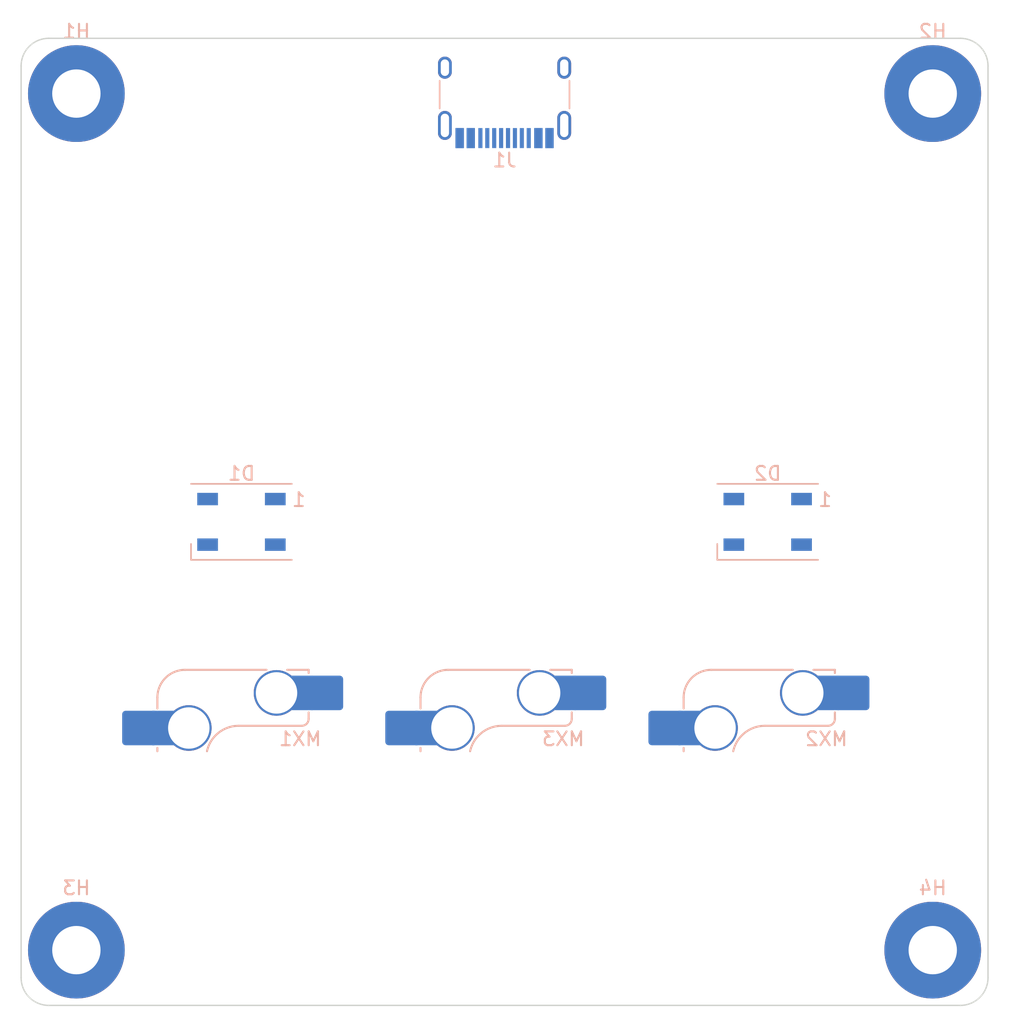
<source format=kicad_pcb>
(kicad_pcb (version 20221018) (generator pcbnew)
  (title_block (title "Minimal PCB") (date "2023-11-11") (rev "1") (comment 1 "70x70mm PCB for case design"))
  (layers (0 "F.Cu" signal) (31 "B.Cu" signal) (34 "B.Paste" user) (35 "F.Paste" user) (36 "B.SilkS" user "B.Silkscreen") (37 "F.SilkS" user "F.Silkscreen") (38 "B.Mask" user) (39 "F.Mask" user) (44 "Edge.Cuts" user))
  (net 0 "")
  (net 7 "Net-(J1-GND-PadA1)")
  (net 8 "Net-(J1-VBUS-PadA4)")
  (footprint "PCM_marbastlib-mx:SW_MX_HS_1u" (layer "B.Cu") (at 57.15 74.224147 180)
    (fp_text reference "MX3" (at -4.25 1.75) (layer "B.SilkS") (effects (justify mirror)))
    (fp_text value "MX_SW_HS")
    (fp_line (start -4.864824 3.67022) (end -4.864824 3.20022) (stroke (width 0.15)) (layer "B.SilkS"))
    (fp_line (start -4.864824 6.75022) (end -4.864824 6.52022) (stroke (width 0.15)) (layer "B.SilkS"))
    (fp_line (start -4.364824 2.70022) (end 0.2 2.70022) (stroke (width 0.15)) (layer "B.SilkS"))
    (fp_line (start -3.314824 6.75022) (end -4.864824 6.75022) (stroke (width 0.15)) (layer "B.SilkS"))
    (fp_line (start 4.085176 6.75022) (end -1.814824 6.75022) (stroke (width 0.15)) (layer "B.SilkS"))
    (fp_line (start 6.085176 1.10022) (end 6.085176 0.86022) (stroke (width 0.15)) (layer "B.SilkS"))
    (fp_line (start 6.085176 3.95022) (end 6.085176 4.75022) (stroke (width 0.15)) (layer "B.SilkS"))
    (fp_arc (start -4.864824 3.20022) (mid -4.718377 2.846667) (end -4.364824 2.70022) (stroke (width 0.15)) (layer "B.SilkS"))
    (fp_arc (start 2.494322 0.86022) (mid 1.670693 2.183637) (end 0.2 2.70022) (stroke (width 0.15)) (layer "B.SilkS"))
    (fp_arc (start 6.085176 4.75022) (mid 5.499389 6.164432) (end 4.085176 6.75022) (stroke (width 0.15)) (layer "B.SilkS"))
    (pad "" np_thru_hole circle (at -5.08 0 180) (size 1.75 1.75) (drill 1.75) (layers "*.Cu" "*.Mask"))
    (pad "" np_thru_hole circle (at 0 0 180) (size 3.9878 3.9878) (drill 3.9878) (layers "*.Cu" "*.Mask"))
    (pad "" np_thru_hole circle (at 5.08 0 180) (size 1.75 1.75) (drill 1.75) (layers "*.Cu" "*.Mask"))
    (pad "1" thru_hole circle (at 3.81 2.54 180) (size 3.3 3.3) (drill 3) (layers "*.Cu" "*.Mask"))
    (pad "1" smd rect (at 5.635 2.54) (size 1.65 2.5) (layers "B.Cu"))
    (pad "1" smd roundrect (at 7.36 2.54 180) (size 2.55 2.5) (layers "B.Cu" "B.Paste" "B.Mask") (roundrect_rratio 0.1))
    (pad "2" smd roundrect (at -6.09 5.08 180) (size 2.55 2.5) (layers "B.Cu" "B.Paste" "B.Mask") (roundrect_rratio 0.1))
    (pad "2" smd rect (at -4.34 5.08 180) (size 1.65 2.5) (layers "B.Cu"))
    (pad "2" thru_hole circle (at -2.54 5.08 180) (size 3.3 3.3) (drill 3) (layers "*.Cu" "*.Mask"))
  )
  (footprint "PCM_marbastlib-mx:SW_MX_HS_1u" (layer "B.Cu") (at 76.2 74.224147 180)
    (fp_text reference "MX2" (at -4.25 1.75) (layer "B.SilkS") (effects (justify mirror)))
    (fp_text value "MX_SW_HS")
    (fp_line (start -4.864824 3.67022) (end -4.864824 3.20022) (stroke (width 0.15)) (layer "B.SilkS"))
    (fp_line (start -4.864824 6.75022) (end -4.864824 6.52022) (stroke (width 0.15)) (layer "B.SilkS"))
    (fp_line (start -4.364824 2.70022) (end 0.2 2.70022) (stroke (width 0.15)) (layer "B.SilkS"))
    (fp_line (start -3.314824 6.75022) (end -4.864824 6.75022) (stroke (width 0.15)) (layer "B.SilkS"))
    (fp_line (start 4.085176 6.75022) (end -1.814824 6.75022) (stroke (width 0.15)) (layer "B.SilkS"))
    (fp_line (start 6.085176 1.10022) (end 6.085176 0.86022) (stroke (width 0.15)) (layer "B.SilkS"))
    (fp_line (start 6.085176 3.95022) (end 6.085176 4.75022) (stroke (width 0.15)) (layer "B.SilkS"))
    (fp_arc (start -4.864824 3.20022) (mid -4.718377 2.846667) (end -4.364824 2.70022) (stroke (width 0.15)) (layer "B.SilkS"))
    (fp_arc (start 2.494322 0.86022) (mid 1.670693 2.183637) (end 0.2 2.70022) (stroke (width 0.15)) (layer "B.SilkS"))
    (fp_arc (start 6.085176 4.75022) (mid 5.499389 6.164432) (end 4.085176 6.75022) (stroke (width 0.15)) (layer "B.SilkS"))
    (pad "" np_thru_hole circle (at -5.08 0 180) (size 1.75 1.75) (drill 1.75) (layers "*.Cu" "*.Mask"))
    (pad "" np_thru_hole circle (at 0 0 180) (size 3.9878 3.9878) (drill 3.9878) (layers "*.Cu" "*.Mask"))
    (pad "" np_thru_hole circle (at 5.08 0 180) (size 1.75 1.75) (drill 1.75) (layers "*.Cu" "*.Mask"))
    (pad "1" thru_hole circle (at 3.81 2.54 180) (size 3.3 3.3) (drill 3) (layers "*.Cu" "*.Mask"))
    (pad "1" smd rect (at 5.635 2.54) (size 1.65 2.5) (layers "B.Cu"))
    (pad "1" smd roundrect (at 7.36 2.54 180) (size 2.55 2.5) (layers "B.Cu" "B.Paste" "B.Mask") (roundrect_rratio 0.1))
    (pad "2" smd roundrect (at -6.09 5.08 180) (size 2.55 2.5) (layers "B.Cu" "B.Paste" "B.Mask") (roundrect_rratio 0.1))
    (pad "2" smd rect (at -4.34 5.08 180) (size 1.65 2.5) (layers "B.Cu"))
    (pad "2" thru_hole circle (at -2.54 5.08 180) (size 3.3 3.3) (drill 3) (layers "*.Cu" "*.Mask"))
  )
  (footprint "LED_SMD:LED_WS2812B_PLCC4_5.0x5.0mm_P3.2mm" (layer "B.Cu") (at 76.2 56.761647 180)
    (fp_text reference "D2" (at 0 3.5) (layer "B.SilkS") (effects (justify mirror)))
    (fp_text value "WS2812B")
    (fp_text user "1" (at -4.15 1.6) (layer "B.SilkS") (effects (justify mirror)))
    (fp_line (start -3.65 -2.75) (end 3.65 -2.75) (stroke (width 0.12)) (layer "B.SilkS"))
    (fp_line (start -3.65 2.75) (end 3.65 2.75) (stroke (width 0.12)) (layer "B.SilkS"))
    (fp_line (start 3.65 -2.75) (end 3.65 -1.6) (stroke (width 0.12)) (layer "B.SilkS"))
    (pad "1" smd rect (at -2.45 1.65 180) (size 1.5 0.9) (layers "B.Cu" "B.Paste" "B.Mask"))
    (pad "2" smd rect (at -2.45 -1.65 180) (size 1.5 0.9) (layers "B.Cu" "B.Paste" "B.Mask"))
    (pad "3" smd rect (at 2.45 -1.65 180) (size 1.5 0.9) (layers "B.Cu" "B.Paste" "B.Mask"))
    (pad "4" smd rect (at 2.45 1.65 180) (size 1.5 0.9) (layers "B.Cu" "B.Paste" "B.Mask"))
  )
  (footprint "PCM_marbastlib-mx:SW_MX_HS_1u" (layer "B.Cu") (at 38.1 74.224147 180)
    (fp_text reference "MX1" (at -4.25 1.75) (layer "B.SilkS") (effects (justify mirror)))
    (fp_text value "MX_SW_HS")
    (fp_line (start -4.864824 3.67022) (end -4.864824 3.20022) (stroke (width 0.15)) (layer "B.SilkS"))
    (fp_line (start -4.864824 6.75022) (end -4.864824 6.52022) (stroke (width 0.15)) (layer "B.SilkS"))
    (fp_line (start -4.364824 2.70022) (end 0.2 2.70022) (stroke (width 0.15)) (layer "B.SilkS"))
    (fp_line (start -3.314824 6.75022) (end -4.864824 6.75022) (stroke (width 0.15)) (layer "B.SilkS"))
    (fp_line (start 4.085176 6.75022) (end -1.814824 6.75022) (stroke (width 0.15)) (layer "B.SilkS"))
    (fp_line (start 6.085176 1.10022) (end 6.085176 0.86022) (stroke (width 0.15)) (layer "B.SilkS"))
    (fp_line (start 6.085176 3.95022) (end 6.085176 4.75022) (stroke (width 0.15)) (layer "B.SilkS"))
    (fp_arc (start -4.864824 3.20022) (mid -4.718377 2.846667) (end -4.364824 2.70022) (stroke (width 0.15)) (layer "B.SilkS"))
    (fp_arc (start 2.494322 0.86022) (mid 1.670693 2.183637) (end 0.2 2.70022) (stroke (width 0.15)) (layer "B.SilkS"))
    (fp_arc (start 6.085176 4.75022) (mid 5.499389 6.164432) (end 4.085176 6.75022) (stroke (width 0.15)) (layer "B.SilkS"))
    (pad "" np_thru_hole circle (at -5.08 0 180) (size 1.75 1.75) (drill 1.75) (layers "*.Cu" "*.Mask"))
    (pad "" np_thru_hole circle (at 0 0 180) (size 3.9878 3.9878) (drill 3.9878) (layers "*.Cu" "*.Mask"))
    (pad "" np_thru_hole circle (at 5.08 0 180) (size 1.75 1.75) (drill 1.75) (layers "*.Cu" "*.Mask"))
    (pad "1" thru_hole circle (at 3.81 2.54 180) (size 3.3 3.3) (drill 3) (layers "*.Cu" "*.Mask"))
    (pad "1" smd rect (at 5.635 2.54) (size 1.65 2.5) (layers "B.Cu"))
    (pad "1" smd roundrect (at 7.36 2.54 180) (size 2.55 2.5) (layers "B.Cu" "B.Paste" "B.Mask") (roundrect_rratio 0.1))
    (pad "2" smd roundrect (at -6.09 5.08 180) (size 2.55 2.5) (layers "B.Cu" "B.Paste" "B.Mask") (roundrect_rratio 0.1))
    (pad "2" smd rect (at -4.34 5.08 180) (size 1.65 2.5) (layers "B.Cu"))
    (pad "2" thru_hole circle (at -2.54 5.08 180) (size 3.3 3.3) (drill 3) (layers "*.Cu" "*.Mask"))
  )
  (footprint "MountingHole:MountingHole_3.5mm_Pad" (layer "B.Cu") (at 88.15 25.761647 180)
    (fp_text reference "H2" (at 0 4.5) (layer "B.SilkS") (effects (justify mirror)))
    (fp_text value "Mounting Hole")
    (pad "1" thru_hole circle (at 0 0 180) (size 7 7) (drill 3.5) (layers "*.Cu" "*.Mask"))
  )
  (footprint "LED_SMD:LED_WS2812B_PLCC4_5.0x5.0mm_P3.2mm" (layer "B.Cu") (at 38.1 56.761647 180)
    (fp_text reference "D1" (at 0 3.5) (layer "B.SilkS") (effects (justify mirror)))
    (fp_text value "WS2812B")
    (fp_text user "1" (at -4.15 1.6) (layer "B.SilkS") (effects (justify mirror)))
    (fp_line (start -3.65 -2.75) (end 3.65 -2.75) (stroke (width 0.12)) (layer "B.SilkS"))
    (fp_line (start -3.65 2.75) (end 3.65 2.75) (stroke (width 0.12)) (layer "B.SilkS"))
    (fp_line (start 3.65 -2.75) (end 3.65 -1.6) (stroke (width 0.12)) (layer "B.SilkS"))
    (pad "1" smd rect (at -2.45 1.65 180) (size 1.5 0.9) (layers "B.Cu" "B.Paste" "B.Mask"))
    (pad "2" smd rect (at -2.45 -1.65 180) (size 1.5 0.9) (layers "B.Cu" "B.Paste" "B.Mask"))
    (pad "3" smd rect (at 2.45 -1.65 180) (size 1.5 0.9) (layers "B.Cu" "B.Paste" "B.Mask"))
    (pad "4" smd rect (at 2.45 1.65 180) (size 1.5 0.9) (layers "B.Cu" "B.Paste" "B.Mask"))
  )
  (footprint "MountingHole:MountingHole_3.5mm_Pad" (layer "B.Cu") (at 88.15 87.761647 180)
    (fp_text reference "H4" (at 0 4.5) (layer "B.SilkS") (effects (justify mirror)))
    (fp_text value "Mounting Hole")
    (pad "1" thru_hole circle (at 0 0 180) (size 7 7) (drill 3.5) (layers "*.Cu" "*.Mask"))
  )
  (footprint "MountingHole:MountingHole_3.5mm_Pad" (layer "B.Cu") (at 26.15 87.761647 180)
    (fp_text reference "H3" (at 0 4.5) (layer "B.SilkS") (effects (justify mirror)))
    (fp_text value "Mounting Hole")
    (pad "1" thru_hole circle (at 0 0 180) (size 7 7) (drill 3.5) (layers "*.Cu" "*.Mask"))
  )
  (footprint "MountingHole:MountingHole_3.5mm_Pad" (layer "B.Cu") (at 26.15 25.761647 180)
    (fp_text reference "H1" (at 0 4.5) (layer "B.SilkS") (effects (justify mirror)))
    (fp_text value "Mounting Hole")
    (pad "1" thru_hole circle (at 0 0 180) (size 7 7) (drill 3.5) (layers "*.Cu" "*.Mask"))
  )
  (footprint "PCM_marbastlib-various:USB_C_Receptacle_HRO_TYPE-C-31-M-12" (layer "B.Cu") (at 57.15 24.936647)
    (fp_text reference "J1" (at 0 5.645 180) (layer "B.SilkS") (effects (justify mirror)))
    (fp_text value "USB_C_Receptacle_USB2.0")
    (fp_line (start -4.7 1.9) (end -4.7 -0.1) (stroke (width 0.12)) (layer "B.SilkS"))
    (fp_line (start 4.7 1.9) (end 4.7 -0.1) (stroke (width 0.12)) (layer "B.SilkS"))
    (pad "" np_thru_hole circle (at -2.89 2.6) (size 0.65 0.65) (drill 0.65) (layers "*.Cu" "*.Mask"))
    (pad "" np_thru_hole circle (at 2.89 2.6) (size 0.65 0.65) (drill 0.65) (layers "*.Cu" "*.Mask"))
    (pad "A1" smd rect (at -3.25 4.045) (size 0.6 1.45) (layers "B.Cu" "B.Paste" "B.Mask") (net 7 "Net-(J1-GND-PadA1)"))
    (pad "A4" smd rect (at -2.45 4.045) (size 0.6 1.45) (layers "B.Cu" "B.Paste" "B.Mask") (net 8 "Net-(J1-VBUS-PadA4)"))
    (pad "A5" smd rect (at -1.25 4.045) (size 0.3 1.45) (layers "B.Cu" "B.Paste" "B.Mask"))
    (pad "A6" smd rect (at -0.25 4.045) (size 0.3 1.45) (layers "B.Cu" "B.Paste" "B.Mask"))
    (pad "A7" smd rect (at 0.25 4.045) (size 0.3 1.45) (layers "B.Cu" "B.Paste" "B.Mask"))
    (pad "A8" smd rect (at 1.25 4.045) (size 0.3 1.45) (layers "B.Cu" "B.Paste" "B.Mask"))
    (pad "A9" smd rect (at 2.45 4.045) (size 0.6 1.45) (layers "B.Cu" "B.Paste" "B.Mask") (net 8 "Net-(J1-VBUS-PadA4)"))
    (pad "A12" smd rect (at 3.25 4.045) (size 0.6 1.45) (layers "B.Cu" "B.Paste" "B.Mask") (net 7 "Net-(J1-GND-PadA1)"))
    (pad "B1" smd rect (at 3.25 4.045) (size 0.6 1.45) (layers "B.Cu" "B.Paste" "B.Mask") (net 7 "Net-(J1-GND-PadA1)"))
    (pad "B4" smd rect (at 2.45 4.045) (size 0.6 1.45) (layers "B.Cu" "B.Paste" "B.Mask") (net 8 "Net-(J1-VBUS-PadA4)"))
    (pad "B5" smd rect (at 1.75 4.045) (size 0.3 1.45) (layers "B.Cu" "B.Paste" "B.Mask"))
    (pad "B6" smd rect (at 0.75 4.045) (size 0.3 1.45) (layers "B.Cu" "B.Paste" "B.Mask"))
    (pad "B7" smd rect (at -0.75 4.045) (size 0.3 1.45) (layers "B.Cu" "B.Paste" "B.Mask"))
    (pad "B8" smd rect (at -1.75 4.045) (size 0.3 1.45) (layers "B.Cu" "B.Paste" "B.Mask"))
    (pad "B9" smd rect (at -2.45 4.045) (size 0.6 1.45) (layers "B.Cu" "B.Paste" "B.Mask") (net 8 "Net-(J1-VBUS-PadA4)"))
    (pad "B12" smd rect (at -3.25 4.045) (size 0.6 1.45) (layers "B.Cu" "B.Paste" "B.Mask") (net 7 "Net-(J1-GND-PadA1)"))
    (pad "S1" thru_hole oval (at -4.32 -1.05) (size 1 1.6) (drill oval 0.6 1.2) (layers "*.Cu" "*.Mask"))
    (pad "S1" thru_hole oval (at -4.32 3.13) (size 1 2.1) (drill oval 0.6 1.7) (layers "*.Cu" "*.Mask"))
    (pad "S1" thru_hole oval (at 4.32 -1.05) (size 1 1.6) (drill oval 0.6 1.2) (layers "*.Cu" "*.Mask"))
    (pad "S1" thru_hole oval (at 4.32 3.13) (size 1 2.1) (drill oval 0.6 1.7) (layers "*.Cu" "*.Mask"))
  )
  (gr_arc (start 92.15 89.761647) (mid 91.564214 91.175861) (end 90.15 91.761647) (stroke (width 0.1)) (layer "Edge.Cuts"))
  (gr_arc (start 24.15 91.761647) (mid 22.735786 91.175861) (end 22.15 89.761647) (stroke (width 0.1)) (layer "Edge.Cuts"))
  (gr_line (start 90.15 91.761647) (end 24.15 91.761647) (stroke (width 0.1)) (layer "Edge.Cuts"))
  (gr_arc (start 90.15 21.761647) (mid 91.564214 22.347433) (end 92.15 23.761647) (stroke (width 0.1)) (layer "Edge.Cuts"))
  (gr_line (start 90.15 21.761647) (end 24.15 21.761647) (stroke (width 0.1)) (layer "Edge.Cuts"))
  (gr_line (start 22.15 89.761647) (end 22.15 23.761647) (stroke (width 0.1)) (layer "Edge.Cuts"))
  (gr_line (start 92.15 23.761647) (end 92.15 89.761647) (stroke (width 0.1)) (layer "Edge.Cuts"))
  (gr_arc (start 22.15 23.761647) (mid 22.735786 22.347433) (end 24.15 21.761647) (stroke (width 0.1)) (layer "Edge.Cuts"))
)
</source>
